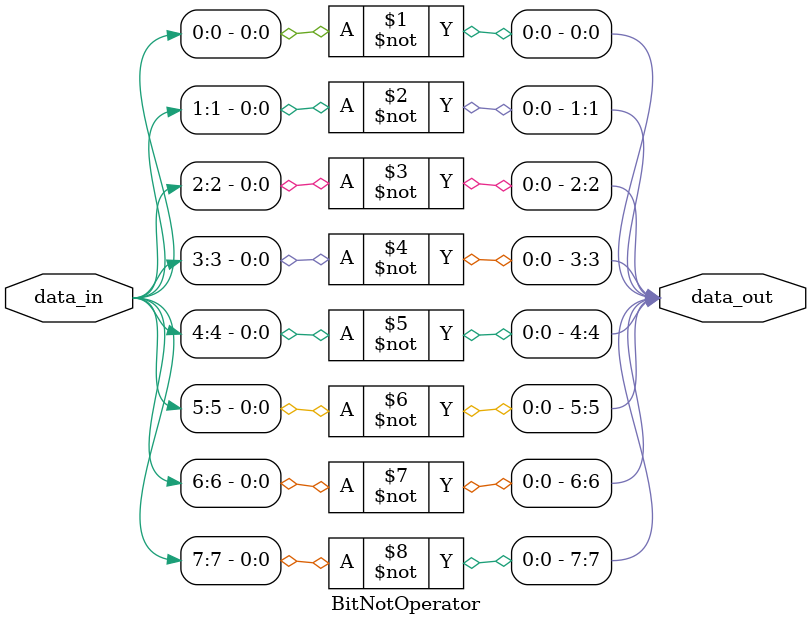
<source format=sv>
module MultiDriveNOT(
    input [7:0] vector,
    output [7:0] inverse
);
    // 实例化位操作子模块
    BitNotOperator bit_not_inst (
        .data_in(vector),
        .data_out(inverse)
    );
endmodule

module BitNotOperator(
    input [7:0] data_in,
    output [7:0] data_out
);
    // 参数化的位宽，提高可复用性
    parameter WIDTH = 8;
    
    // 使用生成块实现位反转，允许更细粒度的控制
    genvar i;
    generate
        for (i = 0; i < WIDTH; i = i + 1) begin : not_gate_gen
            // 单比特反转，提高了资源利用率和时序性能
            assign data_out[i] = ~data_in[i];
        end
    endgenerate
endmodule
</source>
